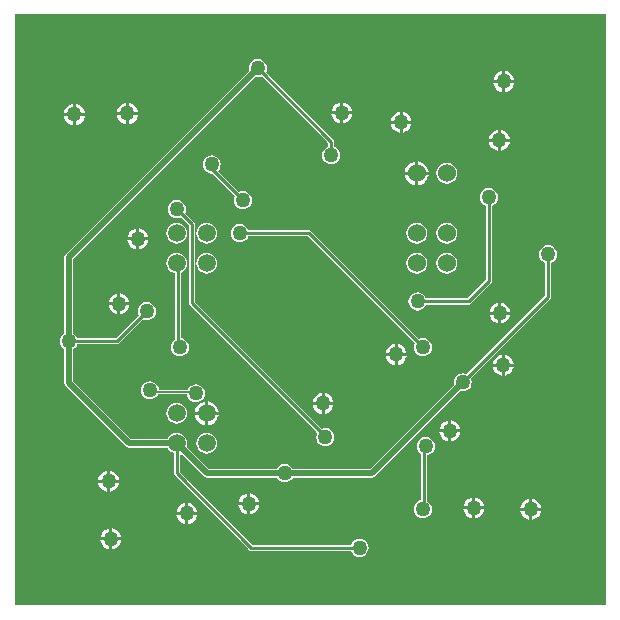
<source format=gbl>
G04*
G04 #@! TF.GenerationSoftware,Altium Limited,Altium Designer,19.0.10 (269)*
G04*
G04 Layer_Physical_Order=2*
G04 Layer_Color=16711680*
%FSLAX43Y43*%
%MOMM*%
G71*
G01*
G75*
%ADD11C,0.254*%
%ADD12C,0.127*%
%ADD30C,1.500*%
%ADD31C,1.524*%
%ADD33C,0.508*%
%ADD34C,1.270*%
G36*
X50038Y0D02*
X0D01*
Y50038D01*
X50038D01*
Y0D01*
D02*
G37*
%LPC*%
G36*
X41529Y45225D02*
Y44472D01*
X42282D01*
X42268Y44577D01*
X42179Y44793D01*
X42036Y44979D01*
X41850Y45121D01*
X41634Y45211D01*
X41529Y45225D01*
D02*
G37*
G36*
X41275D02*
X41170Y45211D01*
X40954Y45121D01*
X40768Y44979D01*
X40625Y44793D01*
X40536Y44577D01*
X40522Y44472D01*
X41275D01*
Y45225D01*
D02*
G37*
G36*
X42282Y44218D02*
X41529D01*
Y43465D01*
X41634Y43479D01*
X41850Y43568D01*
X42036Y43711D01*
X42179Y43896D01*
X42268Y44113D01*
X42282Y44218D01*
D02*
G37*
G36*
X41275D02*
X40522D01*
X40536Y44113D01*
X40625Y43896D01*
X40768Y43711D01*
X40954Y43568D01*
X41170Y43479D01*
X41275Y43465D01*
Y44218D01*
D02*
G37*
G36*
X27813Y42557D02*
Y41804D01*
X28566D01*
X28552Y41909D01*
X28463Y42125D01*
X28320Y42311D01*
X28134Y42453D01*
X27918Y42543D01*
X27813Y42557D01*
D02*
G37*
G36*
X27559D02*
X27454Y42543D01*
X27238Y42453D01*
X27052Y42311D01*
X26909Y42125D01*
X26820Y41909D01*
X26806Y41804D01*
X27559D01*
Y42557D01*
D02*
G37*
G36*
X9660Y42521D02*
Y41768D01*
X10413D01*
X10399Y41873D01*
X10309Y42090D01*
X10167Y42275D01*
X9981Y42418D01*
X9765Y42507D01*
X9660Y42521D01*
D02*
G37*
G36*
X9406D02*
X9301Y42507D01*
X9085Y42418D01*
X8899Y42275D01*
X8756Y42090D01*
X8667Y41873D01*
X8653Y41768D01*
X9406D01*
Y42521D01*
D02*
G37*
G36*
X5178Y42430D02*
Y41677D01*
X5930D01*
X5917Y41782D01*
X5827Y41998D01*
X5685Y42184D01*
X5499Y42326D01*
X5283Y42416D01*
X5178Y42430D01*
D02*
G37*
G36*
X4924D02*
X4818Y42416D01*
X4602Y42326D01*
X4416Y42184D01*
X4274Y41998D01*
X4184Y41782D01*
X4171Y41677D01*
X4924D01*
Y42430D01*
D02*
G37*
G36*
X32829Y41773D02*
Y41020D01*
X33582D01*
X33569Y41125D01*
X33479Y41342D01*
X33337Y41527D01*
X33151Y41670D01*
X32935Y41759D01*
X32829Y41773D01*
D02*
G37*
G36*
X32576D02*
X32470Y41759D01*
X32254Y41670D01*
X32068Y41527D01*
X31926Y41342D01*
X31836Y41125D01*
X31823Y41020D01*
X32576D01*
Y41773D01*
D02*
G37*
G36*
X28566Y41550D02*
X27813D01*
Y40797D01*
X27918Y40811D01*
X28134Y40900D01*
X28320Y41043D01*
X28463Y41228D01*
X28552Y41445D01*
X28566Y41550D01*
D02*
G37*
G36*
X27559D02*
X26806D01*
X26820Y41445D01*
X26909Y41228D01*
X27052Y41043D01*
X27238Y40900D01*
X27454Y40811D01*
X27559Y40797D01*
Y41550D01*
D02*
G37*
G36*
X10413Y41514D02*
X9660D01*
Y40761D01*
X9765Y40775D01*
X9981Y40865D01*
X10167Y41007D01*
X10309Y41193D01*
X10399Y41409D01*
X10413Y41514D01*
D02*
G37*
G36*
X9406D02*
X8653D01*
X8667Y41409D01*
X8756Y41193D01*
X8899Y41007D01*
X9085Y40865D01*
X9301Y40775D01*
X9406Y40761D01*
Y41514D01*
D02*
G37*
G36*
X5930Y41423D02*
X5178D01*
Y40670D01*
X5283Y40684D01*
X5499Y40773D01*
X5685Y40916D01*
X5827Y41101D01*
X5917Y41318D01*
X5930Y41423D01*
D02*
G37*
G36*
X4924D02*
X4171D01*
X4184Y41318D01*
X4274Y41101D01*
X4416Y40916D01*
X4602Y40773D01*
X4818Y40684D01*
X4924Y40670D01*
Y41423D01*
D02*
G37*
G36*
X33582Y40766D02*
X32829D01*
Y40013D01*
X32935Y40027D01*
X33151Y40117D01*
X33337Y40259D01*
X33479Y40445D01*
X33569Y40661D01*
X33582Y40766D01*
D02*
G37*
G36*
X32576D02*
X31823D01*
X31836Y40661D01*
X31926Y40445D01*
X32068Y40259D01*
X32254Y40117D01*
X32470Y40027D01*
X32576Y40013D01*
Y40766D01*
D02*
G37*
G36*
X41152Y40250D02*
Y39497D01*
X41905D01*
X41891Y39602D01*
X41801Y39818D01*
X41659Y40004D01*
X41473Y40147D01*
X41257Y40236D01*
X41152Y40250D01*
D02*
G37*
G36*
X40898D02*
X40793Y40236D01*
X40576Y40147D01*
X40391Y40004D01*
X40248Y39818D01*
X40159Y39602D01*
X40145Y39497D01*
X40898D01*
Y40250D01*
D02*
G37*
G36*
X41905Y39243D02*
X41152D01*
Y38490D01*
X41257Y38504D01*
X41473Y38593D01*
X41659Y38736D01*
X41801Y38922D01*
X41891Y39138D01*
X41905Y39243D01*
D02*
G37*
G36*
X40898D02*
X40145D01*
X40159Y39138D01*
X40248Y38922D01*
X40391Y38736D01*
X40576Y38593D01*
X40793Y38504D01*
X40898Y38490D01*
Y39243D01*
D02*
G37*
G36*
X20574Y46235D02*
X20375Y46208D01*
X20190Y46132D01*
X20031Y46009D01*
X19908Y45850D01*
X19832Y45665D01*
X19805Y45466D01*
X19831Y45272D01*
X4297Y29739D01*
X4213Y29613D01*
X4184Y29464D01*
Y23014D01*
X4029Y22895D01*
X3906Y22736D01*
X3830Y22551D01*
X3803Y22352D01*
X3830Y22153D01*
X3906Y21968D01*
X4029Y21809D01*
X4184Y21690D01*
Y18796D01*
X4213Y18647D01*
X4297Y18521D01*
X9377Y13441D01*
X9503Y13357D01*
X9652Y13328D01*
X12928D01*
X12950Y13274D01*
X13091Y13091D01*
X13274Y12950D01*
X13457Y12874D01*
Y11176D01*
X13477Y11077D01*
X13533Y10993D01*
X19847Y4679D01*
X19931Y4623D01*
X20030Y4603D01*
X28469D01*
X28521Y4478D01*
X28644Y4319D01*
X28803Y4196D01*
X28988Y4120D01*
X29187Y4093D01*
X29386Y4120D01*
X29571Y4196D01*
X29730Y4319D01*
X29853Y4478D01*
X29929Y4663D01*
X29956Y4862D01*
X29929Y5061D01*
X29853Y5246D01*
X29730Y5405D01*
X29571Y5528D01*
X29386Y5604D01*
X29187Y5631D01*
X28988Y5604D01*
X28803Y5528D01*
X28644Y5405D01*
X28521Y5246D01*
X28469Y5121D01*
X20137D01*
X13975Y11283D01*
Y12728D01*
X14102Y12781D01*
X15981Y10901D01*
X16107Y10817D01*
X16256Y10788D01*
X22198D01*
X22317Y10633D01*
X22476Y10510D01*
X22661Y10434D01*
X22860Y10407D01*
X23059Y10434D01*
X23244Y10510D01*
X23403Y10633D01*
X23522Y10788D01*
X30226D01*
X30375Y10817D01*
X30501Y10901D01*
X37725Y18126D01*
X37919Y18100D01*
X38118Y18127D01*
X38303Y18203D01*
X38462Y18326D01*
X38585Y18485D01*
X38661Y18670D01*
X38688Y18869D01*
X38661Y19068D01*
X38610Y19193D01*
X45336Y25920D01*
X45392Y26004D01*
X45412Y26103D01*
Y29000D01*
X45537Y29052D01*
X45696Y29175D01*
X45819Y29334D01*
X45895Y29519D01*
X45922Y29718D01*
X45895Y29917D01*
X45819Y30102D01*
X45696Y30261D01*
X45537Y30384D01*
X45352Y30460D01*
X45153Y30487D01*
X44954Y30460D01*
X44769Y30384D01*
X44610Y30261D01*
X44487Y30102D01*
X44411Y29917D01*
X44384Y29718D01*
X44411Y29519D01*
X44487Y29334D01*
X44610Y29175D01*
X44769Y29052D01*
X44894Y29000D01*
Y26210D01*
X38243Y19560D01*
X38118Y19611D01*
X37919Y19638D01*
X37720Y19611D01*
X37535Y19535D01*
X37376Y19412D01*
X37253Y19253D01*
X37177Y19068D01*
X37150Y18869D01*
X37176Y18675D01*
X30065Y11564D01*
X23522D01*
X23403Y11719D01*
X23244Y11842D01*
X23059Y11918D01*
X22860Y11945D01*
X22661Y11918D01*
X22476Y11842D01*
X22317Y11719D01*
X22198Y11564D01*
X16417D01*
X14548Y13433D01*
X14570Y13487D01*
X14601Y13716D01*
X14570Y13945D01*
X14482Y14158D01*
X14341Y14341D01*
X14158Y14482D01*
X13945Y14570D01*
X13716Y14601D01*
X13487Y14570D01*
X13274Y14482D01*
X13091Y14341D01*
X12950Y14158D01*
X12928Y14104D01*
X9813D01*
X4960Y18957D01*
Y21690D01*
X5115Y21809D01*
X5238Y21968D01*
X5290Y22093D01*
X8636D01*
X8735Y22113D01*
X8819Y22169D01*
X10852Y24202D01*
X10977Y24150D01*
X11176Y24123D01*
X11375Y24150D01*
X11560Y24226D01*
X11719Y24349D01*
X11842Y24508D01*
X11918Y24693D01*
X11945Y24892D01*
X11918Y25091D01*
X11842Y25276D01*
X11719Y25435D01*
X11560Y25558D01*
X11375Y25634D01*
X11176Y25661D01*
X10977Y25634D01*
X10792Y25558D01*
X10633Y25435D01*
X10510Y25276D01*
X10434Y25091D01*
X10407Y24892D01*
X10434Y24693D01*
X10486Y24568D01*
X8529Y22611D01*
X5290D01*
X5238Y22736D01*
X5115Y22895D01*
X4960Y23014D01*
Y29303D01*
X20380Y44723D01*
X20574Y44697D01*
X20773Y44724D01*
X20898Y44776D01*
X26525Y39148D01*
Y38818D01*
X26400Y38766D01*
X26241Y38643D01*
X26119Y38484D01*
X26042Y38299D01*
X26016Y38100D01*
X26042Y37901D01*
X26119Y37716D01*
X26241Y37557D01*
X26400Y37434D01*
X26585Y37358D01*
X26784Y37331D01*
X26983Y37358D01*
X27169Y37434D01*
X27328Y37557D01*
X27450Y37716D01*
X27527Y37901D01*
X27553Y38100D01*
X27527Y38299D01*
X27450Y38484D01*
X27328Y38643D01*
X27169Y38766D01*
X27043Y38818D01*
Y39256D01*
X27024Y39355D01*
X26967Y39439D01*
X21264Y45142D01*
X21316Y45267D01*
X21343Y45466D01*
X21316Y45665D01*
X21240Y45850D01*
X21117Y46009D01*
X20958Y46132D01*
X20773Y46208D01*
X20574Y46235D01*
D02*
G37*
G36*
X34163Y37584D02*
Y36703D01*
X35044D01*
X35026Y36841D01*
X34923Y37088D01*
X34761Y37301D01*
X34548Y37463D01*
X34301Y37566D01*
X34163Y37584D01*
D02*
G37*
G36*
X33909D02*
X33771Y37566D01*
X33524Y37463D01*
X33311Y37301D01*
X33149Y37088D01*
X33046Y36841D01*
X33028Y36703D01*
X33909D01*
Y37584D01*
D02*
G37*
G36*
X36576Y37473D02*
X36344Y37442D01*
X36128Y37353D01*
X35942Y37210D01*
X35799Y37024D01*
X35710Y36808D01*
X35679Y36576D01*
X35710Y36344D01*
X35799Y36128D01*
X35942Y35942D01*
X36128Y35799D01*
X36344Y35710D01*
X36576Y35679D01*
X36808Y35710D01*
X37024Y35799D01*
X37210Y35942D01*
X37353Y36128D01*
X37442Y36344D01*
X37473Y36576D01*
X37442Y36808D01*
X37353Y37024D01*
X37210Y37210D01*
X37024Y37353D01*
X36808Y37442D01*
X36576Y37473D01*
D02*
G37*
G36*
X35044Y36449D02*
X34163D01*
Y35568D01*
X34301Y35586D01*
X34548Y35689D01*
X34761Y35851D01*
X34923Y36064D01*
X35026Y36311D01*
X35044Y36449D01*
D02*
G37*
G36*
X33909D02*
X33028D01*
X33046Y36311D01*
X33149Y36064D01*
X33311Y35851D01*
X33524Y35689D01*
X33771Y35586D01*
X33909Y35568D01*
Y36449D01*
D02*
G37*
G36*
X16673Y38088D02*
X16474Y38062D01*
X16289Y37985D01*
X16130Y37863D01*
X16008Y37704D01*
X15931Y37519D01*
X15905Y37320D01*
X15931Y37121D01*
X16008Y36936D01*
X16130Y36776D01*
X16289Y36654D01*
X16474Y36577D01*
X16673Y36551D01*
X16692Y36554D01*
X18619Y34627D01*
X18562Y34489D01*
X18535Y34290D01*
X18562Y34091D01*
X18638Y33906D01*
X18761Y33747D01*
X18920Y33624D01*
X19105Y33548D01*
X19304Y33521D01*
X19503Y33548D01*
X19688Y33624D01*
X19847Y33747D01*
X19970Y33906D01*
X20046Y34091D01*
X20073Y34290D01*
X20046Y34489D01*
X19970Y34674D01*
X19847Y34833D01*
X19688Y34956D01*
X19503Y35032D01*
X19304Y35059D01*
X19105Y35032D01*
X18993Y34986D01*
X17216Y36763D01*
X17217Y36776D01*
X17339Y36936D01*
X17416Y37121D01*
X17442Y37320D01*
X17416Y37519D01*
X17339Y37704D01*
X17217Y37863D01*
X17058Y37985D01*
X16872Y38062D01*
X16673Y38088D01*
D02*
G37*
G36*
X10541Y31897D02*
Y31144D01*
X11294D01*
X11280Y31250D01*
X11191Y31466D01*
X11048Y31652D01*
X10862Y31794D01*
X10646Y31884D01*
X10541Y31897D01*
D02*
G37*
G36*
X10287D02*
X10182Y31884D01*
X9966Y31794D01*
X9780Y31652D01*
X9637Y31466D01*
X9548Y31250D01*
X9534Y31144D01*
X10287D01*
Y31897D01*
D02*
G37*
G36*
X16256Y32381D02*
X16027Y32350D01*
X15814Y32262D01*
X15631Y32121D01*
X15490Y31938D01*
X15402Y31725D01*
X15371Y31496D01*
X15402Y31267D01*
X15490Y31054D01*
X15631Y30871D01*
X15814Y30730D01*
X16027Y30642D01*
X16256Y30611D01*
X16485Y30642D01*
X16698Y30730D01*
X16881Y30871D01*
X17022Y31054D01*
X17110Y31267D01*
X17141Y31496D01*
X17110Y31725D01*
X17022Y31938D01*
X16881Y32121D01*
X16698Y32262D01*
X16485Y32350D01*
X16256Y32381D01*
D02*
G37*
G36*
X13716D02*
X13487Y32350D01*
X13274Y32262D01*
X13091Y32121D01*
X12950Y31938D01*
X12862Y31725D01*
X12831Y31496D01*
X12862Y31267D01*
X12950Y31054D01*
X13091Y30871D01*
X13274Y30730D01*
X13487Y30642D01*
X13716Y30611D01*
X13945Y30642D01*
X14158Y30730D01*
X14341Y30871D01*
X14482Y31054D01*
X14570Y31267D01*
X14601Y31496D01*
X14570Y31725D01*
X14482Y31938D01*
X14341Y32121D01*
X14158Y32262D01*
X13945Y32350D01*
X13716Y32381D01*
D02*
G37*
G36*
X36576Y32393D02*
X36344Y32362D01*
X36128Y32273D01*
X35942Y32130D01*
X35799Y31944D01*
X35710Y31728D01*
X35679Y31496D01*
X35710Y31264D01*
X35799Y31048D01*
X35942Y30862D01*
X36128Y30719D01*
X36344Y30630D01*
X36576Y30599D01*
X36808Y30630D01*
X37024Y30719D01*
X37210Y30862D01*
X37353Y31048D01*
X37442Y31264D01*
X37473Y31496D01*
X37442Y31728D01*
X37353Y31944D01*
X37210Y32130D01*
X37024Y32273D01*
X36808Y32362D01*
X36576Y32393D01*
D02*
G37*
G36*
X34036D02*
X33804Y32362D01*
X33588Y32273D01*
X33402Y32130D01*
X33259Y31944D01*
X33170Y31728D01*
X33139Y31496D01*
X33170Y31264D01*
X33259Y31048D01*
X33402Y30862D01*
X33588Y30719D01*
X33804Y30630D01*
X34036Y30599D01*
X34268Y30630D01*
X34484Y30719D01*
X34670Y30862D01*
X34813Y31048D01*
X34902Y31264D01*
X34933Y31496D01*
X34902Y31728D01*
X34813Y31944D01*
X34670Y32130D01*
X34484Y32273D01*
X34268Y32362D01*
X34036Y32393D01*
D02*
G37*
G36*
X11294Y30890D02*
X10541D01*
Y30138D01*
X10646Y30151D01*
X10862Y30241D01*
X11048Y30383D01*
X11191Y30569D01*
X11280Y30785D01*
X11294Y30890D01*
D02*
G37*
G36*
X10287D02*
X9534D01*
X9548Y30785D01*
X9637Y30569D01*
X9780Y30383D01*
X9966Y30241D01*
X10182Y30151D01*
X10287Y30138D01*
Y30890D01*
D02*
G37*
G36*
X16256Y29841D02*
X16027Y29810D01*
X15814Y29722D01*
X15631Y29581D01*
X15490Y29398D01*
X15402Y29185D01*
X15371Y28956D01*
X15402Y28727D01*
X15490Y28514D01*
X15631Y28331D01*
X15814Y28190D01*
X16027Y28102D01*
X16256Y28071D01*
X16485Y28102D01*
X16698Y28190D01*
X16881Y28331D01*
X17022Y28514D01*
X17110Y28727D01*
X17141Y28956D01*
X17110Y29185D01*
X17022Y29398D01*
X16881Y29581D01*
X16698Y29722D01*
X16485Y29810D01*
X16256Y29841D01*
D02*
G37*
G36*
X36576Y29853D02*
X36344Y29822D01*
X36128Y29733D01*
X35942Y29590D01*
X35799Y29404D01*
X35710Y29188D01*
X35679Y28956D01*
X35710Y28724D01*
X35799Y28508D01*
X35942Y28322D01*
X36128Y28179D01*
X36344Y28090D01*
X36576Y28059D01*
X36808Y28090D01*
X37024Y28179D01*
X37210Y28322D01*
X37353Y28508D01*
X37442Y28724D01*
X37473Y28956D01*
X37442Y29188D01*
X37353Y29404D01*
X37210Y29590D01*
X37024Y29733D01*
X36808Y29822D01*
X36576Y29853D01*
D02*
G37*
G36*
X34036D02*
X33804Y29822D01*
X33588Y29733D01*
X33402Y29590D01*
X33259Y29404D01*
X33170Y29188D01*
X33139Y28956D01*
X33170Y28724D01*
X33259Y28508D01*
X33402Y28322D01*
X33588Y28179D01*
X33804Y28090D01*
X34036Y28059D01*
X34268Y28090D01*
X34484Y28179D01*
X34670Y28322D01*
X34813Y28508D01*
X34902Y28724D01*
X34933Y28956D01*
X34902Y29188D01*
X34813Y29404D01*
X34670Y29590D01*
X34484Y29733D01*
X34268Y29822D01*
X34036Y29853D01*
D02*
G37*
G36*
X40132Y35313D02*
X39933Y35286D01*
X39748Y35210D01*
X39589Y35087D01*
X39466Y34928D01*
X39390Y34743D01*
X39363Y34544D01*
X39390Y34345D01*
X39466Y34160D01*
X39589Y34001D01*
X39748Y33878D01*
X39873Y33826D01*
Y27539D01*
X38310Y25976D01*
X34817D01*
X34765Y26102D01*
X34643Y26261D01*
X34484Y26383D01*
X34298Y26460D01*
X34099Y26486D01*
X33901Y26460D01*
X33715Y26383D01*
X33556Y26261D01*
X33434Y26102D01*
X33357Y25916D01*
X33331Y25718D01*
X33357Y25519D01*
X33434Y25333D01*
X33556Y25174D01*
X33715Y25052D01*
X33901Y24975D01*
X34099Y24949D01*
X34298Y24975D01*
X34484Y25052D01*
X34643Y25174D01*
X34765Y25333D01*
X34817Y25459D01*
X38417D01*
X38517Y25478D01*
X38601Y25534D01*
X40315Y27249D01*
X40371Y27333D01*
X40391Y27432D01*
Y33826D01*
X40516Y33878D01*
X40675Y34001D01*
X40798Y34160D01*
X40874Y34345D01*
X40901Y34544D01*
X40874Y34743D01*
X40798Y34928D01*
X40675Y35087D01*
X40516Y35210D01*
X40331Y35286D01*
X40132Y35313D01*
D02*
G37*
G36*
X8950Y26399D02*
Y25646D01*
X9703D01*
X9689Y25751D01*
X9599Y25968D01*
X9457Y26153D01*
X9271Y26296D01*
X9055Y26385D01*
X8950Y26399D01*
D02*
G37*
G36*
X8696D02*
X8591Y26385D01*
X8374Y26296D01*
X8189Y26153D01*
X8046Y25968D01*
X7957Y25751D01*
X7943Y25646D01*
X8696D01*
Y26399D01*
D02*
G37*
G36*
X41202Y25620D02*
Y24867D01*
X41955D01*
X41942Y24972D01*
X41852Y25188D01*
X41709Y25374D01*
X41524Y25516D01*
X41307Y25606D01*
X41202Y25620D01*
D02*
G37*
G36*
X40948D02*
X40843Y25606D01*
X40627Y25516D01*
X40441Y25374D01*
X40299Y25188D01*
X40209Y24972D01*
X40195Y24867D01*
X40948D01*
Y25620D01*
D02*
G37*
G36*
X9703Y25392D02*
X8950D01*
Y24639D01*
X9055Y24653D01*
X9271Y24743D01*
X9457Y24885D01*
X9599Y25071D01*
X9689Y25287D01*
X9703Y25392D01*
D02*
G37*
G36*
X8696D02*
X7943D01*
X7957Y25287D01*
X8046Y25071D01*
X8189Y24885D01*
X8374Y24743D01*
X8591Y24653D01*
X8696Y24639D01*
Y25392D01*
D02*
G37*
G36*
X41955Y24613D02*
X41202D01*
Y23860D01*
X41307Y23873D01*
X41524Y23963D01*
X41709Y24106D01*
X41852Y24291D01*
X41942Y24508D01*
X41955Y24613D01*
D02*
G37*
G36*
X40948D02*
X40195D01*
X40209Y24508D01*
X40299Y24291D01*
X40441Y24106D01*
X40627Y23963D01*
X40843Y23873D01*
X40948Y23860D01*
Y24613D01*
D02*
G37*
G36*
X32421Y22119D02*
Y21366D01*
X33174D01*
X33160Y21471D01*
X33071Y21687D01*
X32928Y21873D01*
X32743Y22016D01*
X32526Y22105D01*
X32421Y22119D01*
D02*
G37*
G36*
X32167D02*
X32062Y22105D01*
X31846Y22016D01*
X31660Y21873D01*
X31518Y21687D01*
X31428Y21471D01*
X31414Y21366D01*
X32167D01*
Y22119D01*
D02*
G37*
G36*
X19050Y32265D02*
X18851Y32238D01*
X18666Y32162D01*
X18507Y32039D01*
X18384Y31880D01*
X18308Y31695D01*
X18281Y31496D01*
X18308Y31297D01*
X18384Y31112D01*
X18507Y30953D01*
X18666Y30830D01*
X18851Y30754D01*
X19050Y30727D01*
X19249Y30754D01*
X19434Y30830D01*
X19593Y30953D01*
X19716Y31112D01*
X19768Y31237D01*
X24785D01*
X33854Y22168D01*
X33802Y22043D01*
X33775Y21844D01*
X33802Y21645D01*
X33878Y21460D01*
X34001Y21301D01*
X34160Y21178D01*
X34345Y21102D01*
X34544Y21075D01*
X34743Y21102D01*
X34928Y21178D01*
X35087Y21301D01*
X35210Y21460D01*
X35286Y21645D01*
X35313Y21844D01*
X35286Y22043D01*
X35210Y22228D01*
X35087Y22387D01*
X34928Y22510D01*
X34743Y22586D01*
X34544Y22613D01*
X34345Y22586D01*
X34220Y22534D01*
X25075Y31679D01*
X24991Y31735D01*
X24892Y31755D01*
X19768D01*
X19716Y31880D01*
X19593Y32039D01*
X19434Y32162D01*
X19249Y32238D01*
X19050Y32265D01*
D02*
G37*
G36*
X13716Y29841D02*
X13487Y29810D01*
X13274Y29722D01*
X13091Y29581D01*
X12950Y29398D01*
X12862Y29185D01*
X12831Y28956D01*
X12862Y28727D01*
X12950Y28514D01*
X13091Y28331D01*
X13274Y28190D01*
X13487Y28102D01*
X13584Y28089D01*
Y22508D01*
X13427Y22387D01*
X13304Y22228D01*
X13228Y22043D01*
X13201Y21844D01*
X13228Y21645D01*
X13304Y21460D01*
X13427Y21301D01*
X13586Y21178D01*
X13771Y21102D01*
X13970Y21075D01*
X14169Y21102D01*
X14354Y21178D01*
X14513Y21301D01*
X14636Y21460D01*
X14712Y21645D01*
X14739Y21844D01*
X14712Y22043D01*
X14636Y22228D01*
X14513Y22387D01*
X14354Y22510D01*
X14169Y22586D01*
X14102Y22595D01*
Y28167D01*
X14158Y28190D01*
X14341Y28331D01*
X14482Y28514D01*
X14570Y28727D01*
X14601Y28956D01*
X14570Y29185D01*
X14482Y29398D01*
X14341Y29581D01*
X14158Y29722D01*
X13945Y29810D01*
X13716Y29841D01*
D02*
G37*
G36*
X41477Y21200D02*
Y20447D01*
X42230D01*
X42216Y20552D01*
X42127Y20768D01*
X41984Y20954D01*
X41798Y21097D01*
X41582Y21186D01*
X41477Y21200D01*
D02*
G37*
G36*
X41223D02*
X41118Y21186D01*
X40902Y21097D01*
X40716Y20954D01*
X40574Y20768D01*
X40484Y20552D01*
X40470Y20447D01*
X41223D01*
Y21200D01*
D02*
G37*
G36*
X33174Y21112D02*
X32421D01*
Y20359D01*
X32526Y20373D01*
X32743Y20462D01*
X32928Y20605D01*
X33071Y20791D01*
X33160Y21007D01*
X33174Y21112D01*
D02*
G37*
G36*
X32167D02*
X31414D01*
X31428Y21007D01*
X31518Y20791D01*
X31660Y20605D01*
X31846Y20462D01*
X32062Y20373D01*
X32167Y20359D01*
Y21112D01*
D02*
G37*
G36*
X42230Y20193D02*
X41477D01*
Y19440D01*
X41582Y19454D01*
X41798Y19543D01*
X41984Y19686D01*
X42127Y19872D01*
X42216Y20088D01*
X42230Y20193D01*
D02*
G37*
G36*
X41223D02*
X40470D01*
X40484Y20088D01*
X40574Y19872D01*
X40716Y19686D01*
X40902Y19543D01*
X41118Y19454D01*
X41223Y19440D01*
Y20193D01*
D02*
G37*
G36*
X26226Y17961D02*
Y17208D01*
X26978D01*
X26965Y17314D01*
X26875Y17530D01*
X26733Y17716D01*
X26547Y17858D01*
X26331Y17948D01*
X26226Y17961D01*
D02*
G37*
G36*
X25972D02*
X25866Y17948D01*
X25650Y17858D01*
X25464Y17716D01*
X25322Y17530D01*
X25232Y17314D01*
X25219Y17208D01*
X25972D01*
Y17961D01*
D02*
G37*
G36*
X11430Y18955D02*
X11231Y18929D01*
X11046Y18852D01*
X10887Y18730D01*
X10764Y18571D01*
X10688Y18385D01*
X10661Y18186D01*
X10688Y17987D01*
X10764Y17802D01*
X10887Y17643D01*
X11046Y17521D01*
X11231Y17444D01*
X11430Y17418D01*
X11629Y17444D01*
X11814Y17521D01*
X11973Y17643D01*
X12096Y17802D01*
X12122Y17865D01*
X14571D01*
X14589Y17733D01*
X14665Y17548D01*
X14788Y17389D01*
X14947Y17267D01*
X15132Y17190D01*
X15331Y17164D01*
X15530Y17190D01*
X15715Y17267D01*
X15874Y17389D01*
X15997Y17548D01*
X16073Y17733D01*
X16100Y17932D01*
X16073Y18131D01*
X15997Y18317D01*
X15874Y18476D01*
X15715Y18598D01*
X15530Y18675D01*
X15331Y18701D01*
X15132Y18675D01*
X14947Y18598D01*
X14788Y18476D01*
X14665Y18317D01*
X14639Y18254D01*
X12190D01*
X12172Y18385D01*
X12096Y18571D01*
X11973Y18730D01*
X11814Y18852D01*
X11629Y18929D01*
X11430Y18955D01*
D02*
G37*
G36*
X16383Y17252D02*
Y16383D01*
X17252D01*
X17234Y16518D01*
X17133Y16762D01*
X16972Y16972D01*
X16762Y17133D01*
X16518Y17234D01*
X16383Y17252D01*
D02*
G37*
G36*
X16129D02*
X15994Y17234D01*
X15750Y17133D01*
X15540Y16972D01*
X15379Y16762D01*
X15278Y16518D01*
X15260Y16383D01*
X16129D01*
Y17252D01*
D02*
G37*
G36*
X26978Y16955D02*
X26226D01*
Y16202D01*
X26331Y16215D01*
X26547Y16305D01*
X26733Y16447D01*
X26875Y16633D01*
X26965Y16849D01*
X26978Y16955D01*
D02*
G37*
G36*
X25972D02*
X25219D01*
X25232Y16849D01*
X25322Y16633D01*
X25464Y16447D01*
X25650Y16305D01*
X25866Y16215D01*
X25972Y16202D01*
Y16955D01*
D02*
G37*
G36*
X13716Y17141D02*
X13487Y17110D01*
X13274Y17022D01*
X13091Y16881D01*
X12950Y16698D01*
X12862Y16485D01*
X12831Y16256D01*
X12862Y16027D01*
X12950Y15814D01*
X13091Y15631D01*
X13274Y15490D01*
X13487Y15402D01*
X13716Y15371D01*
X13945Y15402D01*
X14158Y15490D01*
X14341Y15631D01*
X14482Y15814D01*
X14570Y16027D01*
X14601Y16256D01*
X14570Y16485D01*
X14482Y16698D01*
X14341Y16881D01*
X14158Y17022D01*
X13945Y17110D01*
X13716Y17141D01*
D02*
G37*
G36*
X17252Y16129D02*
X16383D01*
Y15260D01*
X16518Y15278D01*
X16762Y15379D01*
X16972Y15540D01*
X17133Y15750D01*
X17234Y15994D01*
X17252Y16129D01*
D02*
G37*
G36*
X16129D02*
X15260D01*
X15278Y15994D01*
X15379Y15750D01*
X15540Y15540D01*
X15750Y15379D01*
X15994Y15278D01*
X16129Y15260D01*
Y16129D01*
D02*
G37*
G36*
X36957Y15647D02*
Y14894D01*
X37710D01*
X37696Y15000D01*
X37607Y15216D01*
X37464Y15402D01*
X37278Y15544D01*
X37062Y15634D01*
X36957Y15647D01*
D02*
G37*
G36*
X36703D02*
X36598Y15634D01*
X36382Y15544D01*
X36196Y15402D01*
X36053Y15216D01*
X35964Y15000D01*
X35950Y14894D01*
X36703D01*
Y15647D01*
D02*
G37*
G36*
X37710Y14640D02*
X36957D01*
Y13888D01*
X37062Y13901D01*
X37278Y13991D01*
X37464Y14133D01*
X37607Y14319D01*
X37696Y14535D01*
X37710Y14640D01*
D02*
G37*
G36*
X36703D02*
X35950D01*
X35964Y14535D01*
X36053Y14319D01*
X36196Y14133D01*
X36382Y13991D01*
X36598Y13901D01*
X36703Y13888D01*
Y14640D01*
D02*
G37*
G36*
X13716Y34297D02*
X13517Y34270D01*
X13332Y34194D01*
X13173Y34071D01*
X13050Y33912D01*
X12974Y33727D01*
X12947Y33528D01*
X12974Y33329D01*
X13050Y33144D01*
X13173Y32985D01*
X13332Y32862D01*
X13517Y32786D01*
X13716Y32759D01*
X13915Y32786D01*
X14040Y32838D01*
X14727Y32151D01*
Y25590D01*
X14747Y25491D01*
X14803Y25407D01*
X25617Y14593D01*
X25547Y14423D01*
X25520Y14224D01*
X25547Y14025D01*
X25623Y13840D01*
X25746Y13681D01*
X25905Y13558D01*
X26090Y13482D01*
X26289Y13455D01*
X26488Y13482D01*
X26673Y13558D01*
X26832Y13681D01*
X26955Y13840D01*
X27031Y14025D01*
X27058Y14224D01*
X27031Y14423D01*
X26955Y14608D01*
X26832Y14767D01*
X26673Y14890D01*
X26488Y14966D01*
X26289Y14993D01*
X26090Y14966D01*
X26010Y14933D01*
X15245Y25698D01*
Y32258D01*
X15225Y32357D01*
X15169Y32441D01*
X14406Y33204D01*
X14458Y33329D01*
X14485Y33528D01*
X14458Y33727D01*
X14382Y33912D01*
X14259Y34071D01*
X14100Y34194D01*
X13915Y34270D01*
X13716Y34297D01*
D02*
G37*
G36*
X16256Y14601D02*
X16027Y14570D01*
X15814Y14482D01*
X15631Y14341D01*
X15490Y14158D01*
X15402Y13945D01*
X15371Y13716D01*
X15402Y13487D01*
X15490Y13274D01*
X15631Y13091D01*
X15814Y12950D01*
X16027Y12862D01*
X16256Y12831D01*
X16485Y12862D01*
X16698Y12950D01*
X16881Y13091D01*
X17022Y13274D01*
X17110Y13487D01*
X17141Y13716D01*
X17110Y13945D01*
X17022Y14158D01*
X16881Y14341D01*
X16698Y14482D01*
X16485Y14570D01*
X16256Y14601D01*
D02*
G37*
G36*
X8068Y11385D02*
Y10632D01*
X8821D01*
X8807Y10737D01*
X8718Y10953D01*
X8575Y11139D01*
X8390Y11281D01*
X8173Y11371D01*
X8068Y11385D01*
D02*
G37*
G36*
X7814D02*
X7709Y11371D01*
X7493Y11281D01*
X7307Y11139D01*
X7165Y10953D01*
X7075Y10737D01*
X7061Y10632D01*
X7814D01*
Y11385D01*
D02*
G37*
G36*
X8821Y10378D02*
X8068D01*
Y9625D01*
X8173Y9639D01*
X8390Y9728D01*
X8575Y9871D01*
X8718Y10056D01*
X8807Y10273D01*
X8821Y10378D01*
D02*
G37*
G36*
X7814D02*
X7061D01*
X7075Y10273D01*
X7165Y10056D01*
X7307Y9871D01*
X7493Y9728D01*
X7709Y9639D01*
X7814Y9625D01*
Y10378D01*
D02*
G37*
G36*
X19939Y9470D02*
Y8717D01*
X20692D01*
X20678Y8822D01*
X20589Y9038D01*
X20446Y9224D01*
X20260Y9367D01*
X20044Y9456D01*
X19939Y9470D01*
D02*
G37*
G36*
X19685D02*
X19580Y9456D01*
X19364Y9367D01*
X19178Y9224D01*
X19035Y9038D01*
X18946Y8822D01*
X18932Y8717D01*
X19685D01*
Y9470D01*
D02*
G37*
G36*
X38989Y9114D02*
Y8361D01*
X39742D01*
X39728Y8466D01*
X39639Y8683D01*
X39496Y8868D01*
X39310Y9011D01*
X39094Y9100D01*
X38989Y9114D01*
D02*
G37*
G36*
X38735D02*
X38630Y9100D01*
X38414Y9011D01*
X38228Y8868D01*
X38085Y8683D01*
X37996Y8466D01*
X37982Y8361D01*
X38735D01*
Y9114D01*
D02*
G37*
G36*
X43815Y9008D02*
Y8255D01*
X44568D01*
X44554Y8360D01*
X44465Y8576D01*
X44322Y8762D01*
X44136Y8905D01*
X43920Y8994D01*
X43815Y9008D01*
D02*
G37*
G36*
X43561D02*
X43456Y8994D01*
X43240Y8905D01*
X43054Y8762D01*
X42911Y8576D01*
X42822Y8360D01*
X42808Y8255D01*
X43561D01*
Y9008D01*
D02*
G37*
G36*
X14697Y8656D02*
Y7904D01*
X15450D01*
X15437Y8009D01*
X15347Y8225D01*
X15204Y8411D01*
X15019Y8553D01*
X14802Y8643D01*
X14697Y8656D01*
D02*
G37*
G36*
X14443D02*
X14338Y8643D01*
X14122Y8553D01*
X13936Y8411D01*
X13794Y8225D01*
X13704Y8009D01*
X13690Y7904D01*
X14443D01*
Y8656D01*
D02*
G37*
G36*
X20692Y8463D02*
X19939D01*
Y7710D01*
X20044Y7724D01*
X20260Y7813D01*
X20446Y7956D01*
X20589Y8142D01*
X20678Y8358D01*
X20692Y8463D01*
D02*
G37*
G36*
X19685D02*
X18932D01*
X18946Y8358D01*
X19035Y8142D01*
X19178Y7956D01*
X19364Y7813D01*
X19580Y7724D01*
X19685Y7710D01*
Y8463D01*
D02*
G37*
G36*
X34798Y14231D02*
X34599Y14204D01*
X34414Y14128D01*
X34255Y14005D01*
X34132Y13846D01*
X34056Y13661D01*
X34029Y13462D01*
X34056Y13263D01*
X34132Y13078D01*
X34255Y12919D01*
X34412Y12798D01*
Y8879D01*
X34345Y8870D01*
X34160Y8794D01*
X34001Y8671D01*
X33878Y8512D01*
X33802Y8327D01*
X33775Y8128D01*
X33802Y7929D01*
X33878Y7744D01*
X34001Y7585D01*
X34160Y7462D01*
X34345Y7386D01*
X34544Y7359D01*
X34743Y7386D01*
X34928Y7462D01*
X35087Y7585D01*
X35210Y7744D01*
X35286Y7929D01*
X35313Y8128D01*
X35286Y8327D01*
X35210Y8512D01*
X35087Y8671D01*
X34930Y8792D01*
Y12711D01*
X34997Y12720D01*
X35182Y12796D01*
X35341Y12919D01*
X35464Y13078D01*
X35540Y13263D01*
X35567Y13462D01*
X35540Y13661D01*
X35464Y13846D01*
X35341Y14005D01*
X35182Y14128D01*
X34997Y14204D01*
X34798Y14231D01*
D02*
G37*
G36*
X39742Y8107D02*
X38989D01*
Y7354D01*
X39094Y7368D01*
X39310Y7458D01*
X39496Y7600D01*
X39639Y7786D01*
X39728Y8002D01*
X39742Y8107D01*
D02*
G37*
G36*
X38735D02*
X37982D01*
X37996Y8002D01*
X38085Y7786D01*
X38228Y7600D01*
X38414Y7458D01*
X38630Y7368D01*
X38735Y7354D01*
Y8107D01*
D02*
G37*
G36*
X44568Y8001D02*
X43815D01*
Y7248D01*
X43920Y7262D01*
X44136Y7351D01*
X44322Y7494D01*
X44465Y7680D01*
X44554Y7896D01*
X44568Y8001D01*
D02*
G37*
G36*
X43561D02*
X42808D01*
X42822Y7896D01*
X42911Y7680D01*
X43054Y7494D01*
X43240Y7351D01*
X43456Y7262D01*
X43561Y7248D01*
Y8001D01*
D02*
G37*
G36*
X15450Y7649D02*
X14697D01*
Y6897D01*
X14802Y6910D01*
X15019Y7000D01*
X15204Y7142D01*
X15347Y7328D01*
X15437Y7544D01*
X15450Y7649D01*
D02*
G37*
G36*
X14443D02*
X13690D01*
X13704Y7544D01*
X13794Y7328D01*
X13936Y7142D01*
X14122Y7000D01*
X14338Y6910D01*
X14443Y6897D01*
Y7649D01*
D02*
G37*
G36*
X8255Y6504D02*
Y5751D01*
X9008D01*
X8994Y5856D01*
X8905Y6072D01*
X8762Y6258D01*
X8576Y6401D01*
X8360Y6490D01*
X8255Y6504D01*
D02*
G37*
G36*
X8001D02*
X7896Y6490D01*
X7680Y6401D01*
X7494Y6258D01*
X7351Y6072D01*
X7262Y5856D01*
X7248Y5751D01*
X8001D01*
Y6504D01*
D02*
G37*
G36*
X9008Y5497D02*
X8255D01*
Y4744D01*
X8360Y4758D01*
X8576Y4847D01*
X8762Y4990D01*
X8905Y5176D01*
X8994Y5392D01*
X9008Y5497D01*
D02*
G37*
G36*
X8001D02*
X7248D01*
X7262Y5392D01*
X7351Y5176D01*
X7494Y4990D01*
X7680Y4847D01*
X7896Y4758D01*
X8001Y4744D01*
Y5497D01*
D02*
G37*
%LPD*%
D11*
X16673Y36939D02*
Y37320D01*
Y36939D02*
X19304Y34308D01*
Y34290D02*
Y34308D01*
X13843Y21971D02*
X13970Y21844D01*
X13843Y21971D02*
Y28829D01*
X13716Y28956D02*
X13843Y28829D01*
X40132Y27432D02*
Y34544D01*
X38417Y25718D02*
X40132Y27432D01*
X34099Y25718D02*
X38417D01*
X34671Y13335D02*
X34798Y13462D01*
X34671Y8255D02*
Y13335D01*
X34544Y8128D02*
X34671Y8255D01*
X14986Y25590D02*
X26289Y14288D01*
X14986Y25590D02*
Y32258D01*
X8636Y22352D02*
X11176Y24892D01*
X4572Y22352D02*
X8636D01*
X13716Y33528D02*
X14986Y32258D01*
X24892Y31496D02*
X34544Y21844D01*
X19050Y31496D02*
X24892D01*
X20574Y45466D02*
X26784Y39256D01*
Y38100D02*
Y39256D01*
X13716Y13716D02*
Y13970D01*
Y11176D02*
Y13716D01*
Y11176D02*
X20030Y4862D01*
X45153Y26103D02*
Y29718D01*
X37919Y18869D02*
X45153Y26103D01*
X20030Y4862D02*
X29187D01*
D12*
X15204Y18059D02*
X15331Y17932D01*
X11557Y18059D02*
X15204D01*
X11430Y18186D02*
X11557Y18059D01*
D30*
X13716Y13716D02*
D03*
Y16256D02*
D03*
Y28956D02*
D03*
Y31496D02*
D03*
X16256D02*
D03*
Y28956D02*
D03*
Y16256D02*
D03*
Y13716D02*
D03*
D31*
X36576Y28956D02*
D03*
X34036D02*
D03*
X36576Y31496D02*
D03*
X34036D02*
D03*
X36576Y36576D02*
D03*
X34036D02*
D03*
D33*
X4572Y18796D02*
X9652Y13716D01*
X4572Y18796D02*
Y22352D01*
X9652Y13716D02*
X13716D01*
X4572Y29464D02*
X20574Y45466D01*
X4572Y22352D02*
Y29464D01*
X30226Y11176D02*
X37919Y18869D01*
X22860Y11176D02*
X30226D01*
X16256D02*
X22860D01*
X13716Y13716D02*
X16256Y11176D01*
D34*
X10414Y31017D02*
D03*
X14570Y7777D02*
D03*
X19812Y8590D02*
D03*
X26098Y17081D02*
D03*
X43688Y8128D02*
D03*
X38862Y8234D02*
D03*
X32294Y21239D02*
D03*
X41025Y39370D02*
D03*
X41402Y44345D02*
D03*
X32702Y40893D02*
D03*
X27686Y41677D02*
D03*
X9533Y41641D02*
D03*
X16673Y37320D02*
D03*
X5051Y41550D02*
D03*
X36830Y14767D02*
D03*
X41075Y24740D02*
D03*
X41350Y20320D02*
D03*
X8823Y25519D02*
D03*
X7941Y10505D02*
D03*
X8128Y5624D02*
D03*
X15331Y17932D02*
D03*
X11430Y18186D02*
D03*
X19304Y34290D02*
D03*
X34099Y25718D02*
D03*
X40132Y34544D02*
D03*
X34544Y8128D02*
D03*
X34798Y13462D02*
D03*
X26289Y14224D02*
D03*
X11176Y24892D02*
D03*
X13970Y21844D02*
D03*
X34544D02*
D03*
X19050Y31496D02*
D03*
X13716Y33528D02*
D03*
X26784Y38100D02*
D03*
X20574Y45466D02*
D03*
X4572Y22352D02*
D03*
X45153Y29718D02*
D03*
X37919Y18869D02*
D03*
X22860Y11176D02*
D03*
X29187Y4862D02*
D03*
M02*

</source>
